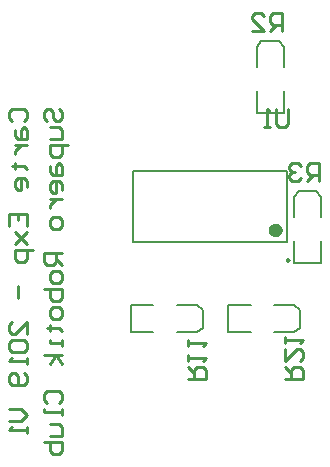
<source format=gbo>
G04 Layer_Color=32896*
%FSLAX25Y25*%
%MOIN*%
G70*
G01*
G75*
%ADD27C,0.01000*%
%ADD28C,0.00984*%
%ADD29C,0.00787*%
%ADD44C,0.02362*%
D27*
X39086Y120808D02*
X38087Y121808D01*
Y123807D01*
X39086Y124807D01*
X43085D01*
X44085Y123807D01*
Y121808D01*
X43085Y120808D01*
X40086Y117809D02*
Y115810D01*
X41086Y114810D01*
X44085D01*
Y117809D01*
X43085Y118809D01*
X42085Y117809D01*
Y114810D01*
X40086Y112811D02*
X44085D01*
X42085D01*
X41086Y111811D01*
X40086Y110812D01*
Y109812D01*
X39086Y105813D02*
X40086D01*
Y106813D01*
Y104814D01*
Y105813D01*
X43085D01*
X44085Y104814D01*
Y98816D02*
Y100815D01*
X43085Y101814D01*
X41086D01*
X40086Y100815D01*
Y98816D01*
X41086Y97816D01*
X42085D01*
Y101814D01*
X38087Y85820D02*
Y89818D01*
X44085D01*
Y85820D01*
X41086Y89818D02*
Y87819D01*
X40086Y83820D02*
X44085Y79822D01*
X42085Y81821D01*
X40086Y79822D01*
X44085Y83820D01*
X46084Y77822D02*
X40086D01*
Y74823D01*
X41086Y73824D01*
X43085D01*
X44085Y74823D01*
Y77822D01*
X41086Y65826D02*
Y61827D01*
X44085Y49831D02*
Y53830D01*
X40086Y49831D01*
X39086D01*
X38087Y50831D01*
Y52830D01*
X39086Y53830D01*
Y47832D02*
X38087Y46832D01*
Y44833D01*
X39086Y43833D01*
X43085D01*
X44085Y44833D01*
Y46832D01*
X43085Y47832D01*
X39086D01*
X44085Y41834D02*
Y39835D01*
Y40834D01*
X38087D01*
X39086Y41834D01*
X43085Y36836D02*
X44085Y35836D01*
Y33836D01*
X43085Y32837D01*
X39086D01*
X38087Y33836D01*
Y35836D01*
X39086Y36836D01*
X40086D01*
X41086Y35836D01*
Y32837D01*
X38087Y24839D02*
X42085D01*
X44085Y22840D01*
X42085Y20841D01*
X38087D01*
X44085Y18841D02*
Y16842D01*
Y17842D01*
X38087D01*
X39086Y18841D01*
X50683Y120808D02*
X49684Y121808D01*
Y123807D01*
X50683Y124807D01*
X51683D01*
X52683Y123807D01*
Y121808D01*
X53682Y120808D01*
X54682D01*
X55682Y121808D01*
Y123807D01*
X54682Y124807D01*
X51683Y118809D02*
X54682D01*
X55682Y117809D01*
Y114810D01*
X51683D01*
X57681Y112811D02*
X51683D01*
Y109812D01*
X52683Y108812D01*
X54682D01*
X55682Y109812D01*
Y112811D01*
X51683Y105813D02*
Y103814D01*
X52683Y102814D01*
X55682D01*
Y105813D01*
X54682Y106813D01*
X53682Y105813D01*
Y102814D01*
X55682Y97816D02*
Y99815D01*
X54682Y100815D01*
X52683D01*
X51683Y99815D01*
Y97816D01*
X52683Y96816D01*
X53682D01*
Y100815D01*
X51683Y94817D02*
X55682D01*
X53682D01*
X52683Y93817D01*
X51683Y92817D01*
Y91818D01*
X55682Y87819D02*
Y85820D01*
X54682Y84820D01*
X52683D01*
X51683Y85820D01*
Y87819D01*
X52683Y88819D01*
X54682D01*
X55682Y87819D01*
Y76823D02*
X49684D01*
Y73824D01*
X50683Y72824D01*
X52683D01*
X53682Y73824D01*
Y76823D01*
Y74823D02*
X55682Y72824D01*
Y69825D02*
Y67826D01*
X54682Y66826D01*
X52683D01*
X51683Y67826D01*
Y69825D01*
X52683Y70824D01*
X54682D01*
X55682Y69825D01*
X49684Y64827D02*
X55682D01*
Y61827D01*
X54682Y60828D01*
X53682D01*
X52683D01*
X51683Y61827D01*
Y64827D01*
X55682Y57829D02*
Y55829D01*
X54682Y54830D01*
X52683D01*
X51683Y55829D01*
Y57829D01*
X52683Y58828D01*
X54682D01*
X55682Y57829D01*
X50683Y51831D02*
X51683D01*
Y52830D01*
Y50831D01*
Y51831D01*
X54682D01*
X55682Y50831D01*
Y47832D02*
Y45833D01*
Y46832D01*
X51683D01*
Y47832D01*
X55682Y42834D02*
X49684D01*
X53682D02*
X51683Y39835D01*
X53682Y42834D02*
X55682Y39835D01*
X50683Y26839D02*
X49684Y27839D01*
Y29838D01*
X50683Y30838D01*
X54682D01*
X55682Y29838D01*
Y27839D01*
X54682Y26839D01*
X55682Y24839D02*
Y22840D01*
Y23840D01*
X49684D01*
Y24839D01*
X51683Y19841D02*
X54682D01*
X55682Y18841D01*
Y15842D01*
X51683D01*
X49684Y13843D02*
X55682D01*
Y10844D01*
X54682Y9844D01*
X53682D01*
X52683D01*
X51683Y10844D01*
Y13843D01*
X128900Y151000D02*
Y156998D01*
X125901D01*
X124901Y155998D01*
Y153999D01*
X125901Y152999D01*
X128900D01*
X126901D02*
X124901Y151000D01*
X118903D02*
X122902D01*
X118903Y154999D01*
Y155998D01*
X119903Y156998D01*
X121902D01*
X122902Y155998D01*
X141400Y101000D02*
Y106998D01*
X138401D01*
X137401Y105998D01*
Y103999D01*
X138401Y102999D01*
X141400D01*
X139401D02*
X137401Y101000D01*
X135402Y105998D02*
X134402Y106998D01*
X132403D01*
X131403Y105998D01*
Y104999D01*
X132403Y103999D01*
X133403D01*
X132403D01*
X131403Y102999D01*
Y102000D01*
X132403Y101000D01*
X134402D01*
X135402Y102000D01*
X130800Y125098D02*
Y120100D01*
X129800Y119100D01*
X127801D01*
X126801Y120100D01*
Y125098D01*
X124802Y119100D02*
X122803D01*
X123802D01*
Y125098D01*
X124802Y124098D01*
X130000Y35000D02*
X135998D01*
Y37999D01*
X134998Y38999D01*
X132999D01*
X131999Y37999D01*
Y35000D01*
Y36999D02*
X130000Y38999D01*
Y44997D02*
Y40998D01*
X133999Y44997D01*
X134998D01*
X135998Y43997D01*
Y41998D01*
X134998Y40998D01*
X130000Y46996D02*
Y48996D01*
Y47996D01*
X135998D01*
X134998Y46996D01*
X97500Y35000D02*
X103498D01*
Y37999D01*
X102498Y38999D01*
X100499D01*
X99499Y37999D01*
Y35000D01*
Y36999D02*
X97500Y38999D01*
Y40998D02*
Y42997D01*
Y41998D01*
X103498D01*
X102498Y40998D01*
X97500Y45996D02*
Y47996D01*
Y46996D01*
X103498D01*
X102498Y45996D01*
D28*
X131339Y74587D02*
X130600Y75013D01*
Y74160D01*
X131339Y74587D01*
D29*
X129528Y138937D02*
Y145630D01*
X120472Y145630D02*
X122047Y147598D01*
X127953D02*
X129528Y145630D01*
X120472Y138937D02*
Y145630D01*
X122047Y147598D02*
X127953D01*
X120472Y123583D02*
X129528D01*
Y131063D01*
X120472Y123583D02*
Y131063D01*
X142028Y88937D02*
Y95630D01*
X132972Y95630D02*
X134547Y97598D01*
X140453D02*
X142028Y95630D01*
X132972Y88937D02*
Y95630D01*
X134547Y97598D02*
X140453D01*
X132972Y73583D02*
X142028D01*
Y81063D01*
X132972Y73583D02*
Y81063D01*
X79409Y80689D02*
Y104311D01*
X130591Y80689D02*
Y104311D01*
X79409D02*
X130591D01*
X79409Y80689D02*
X130591D01*
X126437Y50472D02*
X133130D01*
X133130Y59528D02*
X135098Y57953D01*
X133130Y50472D02*
X135098Y52047D01*
X126437Y59528D02*
X133130D01*
X135098Y52047D02*
Y57953D01*
X111083Y50472D02*
Y59528D01*
Y50472D02*
X118563D01*
X111083Y59528D02*
X118563D01*
X93937Y50472D02*
X100630D01*
X100630Y59528D02*
X102598Y57953D01*
X100630Y50472D02*
X102598Y52047D01*
X93937Y59528D02*
X100630D01*
X102598Y52047D02*
Y57953D01*
X78583Y50472D02*
Y59528D01*
Y50472D02*
X86063D01*
X78583Y59528D02*
X86063D01*
D44*
X127835Y84626D02*
X127390Y85549D01*
X126391Y85777D01*
X125589Y85138D01*
Y84114D01*
X126391Y83474D01*
X127390Y83703D01*
X127835Y84626D01*
M02*

</source>
